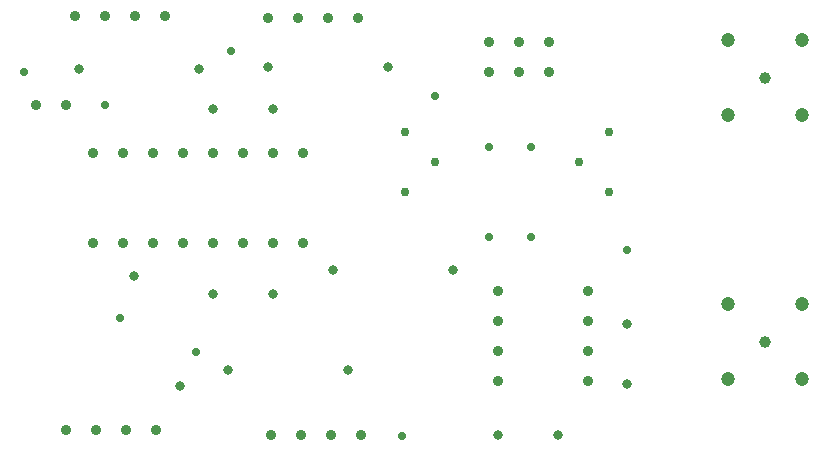
<source format=gbr>
%TF.GenerationSoftware,Altium Limited,Altium Designer,22.4.2 (48)*%
G04 Layer_Color=0*
%FSLAX45Y45*%
%MOMM*%
%TF.SameCoordinates,21CD9DD7-479E-4939-AD86-19BEA9B0C4F6*%
%TF.FilePolarity,Positive*%
%TF.FileFunction,Plated,1,2,PTH,Drill*%
%TF.Part,Single*%
G01*
G75*
%TA.AperFunction,ComponentDrill*%
%ADD25C,1.20000*%
%ADD26C,1.00000*%
%ADD27C,0.90000*%
%ADD28C,0.80000*%
%ADD29C,0.75000*%
%ADD30C,0.70000*%
%ADD31C,0.80000*%
%ADD32C,0.80000*%
%ADD33C,0.90000*%
%TA.AperFunction,ViaDrill,NotFilled*%
%ADD34C,0.71120*%
D25*
X7709970Y1156770D02*
D03*
X8342830D02*
D03*
Y1789630D02*
D03*
X7709970D02*
D03*
Y3391970D02*
D03*
X8342830D02*
D03*
Y4024830D02*
D03*
X7709970D02*
D03*
D26*
X8026400Y1473200D02*
D03*
Y3708400D02*
D03*
D27*
X3822700Y4216400D02*
D03*
X4076700D02*
D03*
X4330700D02*
D03*
X4584700D02*
D03*
X2184400Y4229100D02*
D03*
X2438400D02*
D03*
X2692400D02*
D03*
X2946400D02*
D03*
X3848100Y685800D02*
D03*
X4102100D02*
D03*
X4356100D02*
D03*
X4610100D02*
D03*
X2108200Y723900D02*
D03*
X2362200D02*
D03*
X2616200D02*
D03*
X2870200D02*
D03*
X5765800Y1905000D02*
D03*
X5765800Y1651000D02*
D03*
X5765799Y1397000D02*
D03*
X5765800Y1143000D02*
D03*
X6527800Y1905000D02*
D03*
X6527800Y1651000D02*
D03*
X6527799Y1397000D02*
D03*
X6527800Y1143000D02*
D03*
X1854200Y3479800D02*
D03*
X2108200D02*
D03*
X5689600Y3759200D02*
D03*
X5689600Y4013200D02*
D03*
X5943600Y3759200D02*
D03*
Y4013200D02*
D03*
X6197600Y3759200D02*
D03*
Y4013200D02*
D03*
D28*
X6858000Y1117600D02*
D03*
X6858000Y1625601D02*
D03*
D29*
X6702100Y2743200D02*
D03*
X6448100Y2997200D02*
D03*
X6702100Y3251200D02*
D03*
X4981900Y3251199D02*
D03*
X5235900Y2997200D02*
D03*
X4981900Y2743200D02*
D03*
D30*
X6045200Y2361900D02*
D03*
Y3124500D02*
D03*
X5689600D02*
D03*
Y2361900D02*
D03*
D31*
X6273800Y685800D02*
D03*
X5765800D02*
D03*
X3238499Y3784600D02*
D03*
X2222500Y3784600D02*
D03*
X4495800Y1231900D02*
D03*
X3479800D02*
D03*
X4838701Y3797300D02*
D03*
X3822699Y3797300D02*
D03*
X3352800Y1879600D02*
D03*
X3860800D02*
D03*
Y3441700D02*
D03*
X3352800D02*
D03*
X4368800Y2082800D02*
D03*
X5384800D02*
D03*
D32*
X3077303Y1092769D02*
D03*
X2688497Y2031431D02*
D03*
D33*
X2336800Y2311400D02*
D03*
X2590800D02*
D03*
X2844800D02*
D03*
X3098800D02*
D03*
X3352800D02*
D03*
X3606800D02*
D03*
X3860800D02*
D03*
X4114800D02*
D03*
X2336800Y3073400D02*
D03*
X2590800D02*
D03*
X2844800D02*
D03*
X3098800D02*
D03*
X3352800D02*
D03*
X3606800D02*
D03*
X3860800D02*
D03*
X4114800D02*
D03*
D34*
X5232400Y3556000D02*
D03*
X6858000Y2247900D02*
D03*
X4953000Y673100D02*
D03*
X1752600Y3759200D02*
D03*
X3505200Y3937000D02*
D03*
X3213100Y1384300D02*
D03*
X2565400Y1676400D02*
D03*
X2438400Y3479800D02*
D03*
%TF.MD5,6141b8c868ae88b3093387ced3e788ef*%
M02*

</source>
